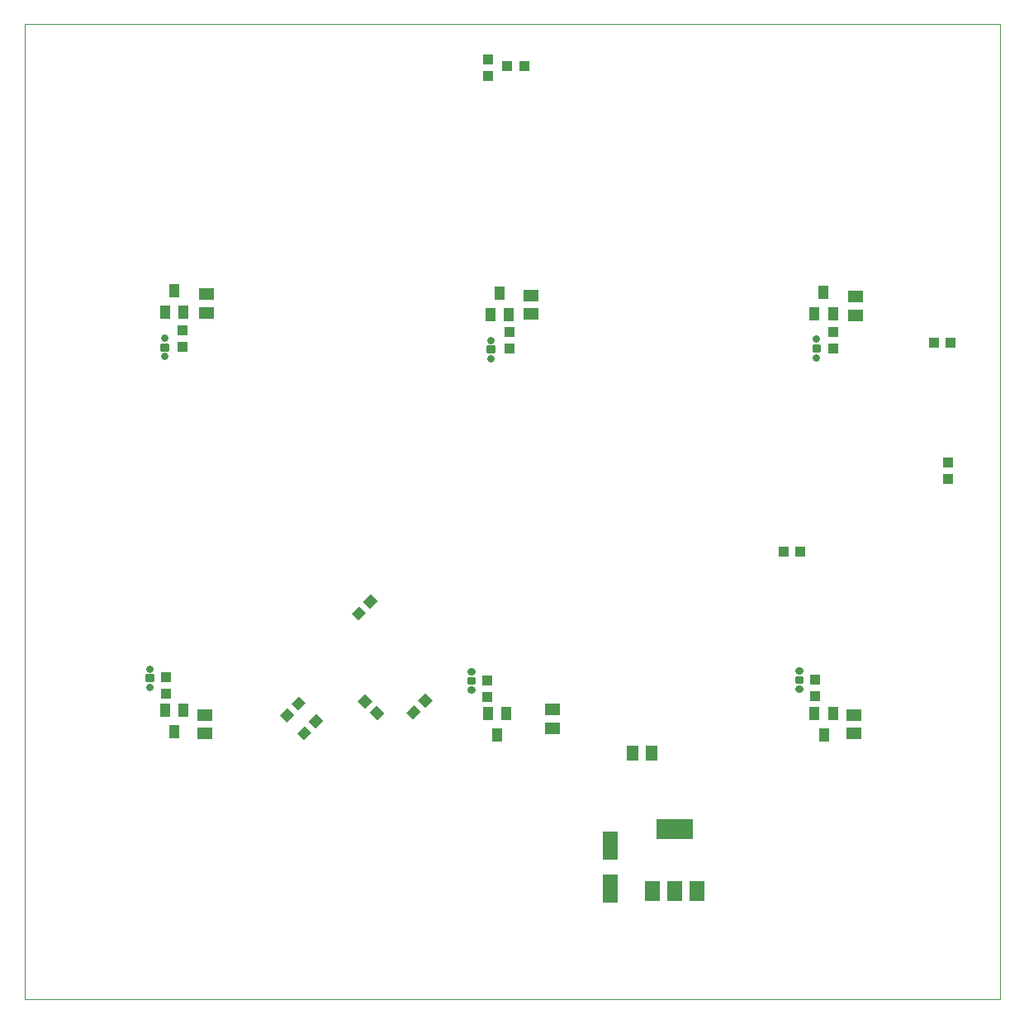
<source format=gbp>
G75*
%MOIN*%
%OFA0B0*%
%FSLAX24Y24*%
%IPPOS*%
%LPD*%
%AMOC8*
5,1,8,0,0,1.08239X$1,22.5*
%
%ADD10C,0.0000*%
%ADD11R,0.0591X0.0787*%
%ADD12R,0.1496X0.0787*%
%ADD13R,0.0433X0.0394*%
%ADD14R,0.0512X0.0591*%
%ADD15R,0.0630X0.1181*%
%ADD16R,0.0394X0.0433*%
%ADD17R,0.0394X0.0551*%
%ADD18R,0.0591X0.0512*%
%ADD19C,0.0300*%
%ADD20C,0.0150*%
D10*
X001661Y002241D02*
X001661Y041611D01*
X041032Y041611D01*
X041032Y002241D01*
X001661Y002241D01*
D11*
X026996Y006627D03*
X027902Y006627D03*
X028807Y006627D03*
D12*
X027902Y009107D03*
D13*
X033591Y014501D03*
X033591Y015170D03*
X038953Y023249D03*
X038953Y023918D03*
X034299Y028532D03*
X034299Y029202D03*
X021827Y039918D03*
X021158Y039918D03*
X021228Y029186D03*
X021228Y028517D03*
G36*
X015930Y018329D02*
X015625Y018024D01*
X015346Y018303D01*
X015651Y018608D01*
X015930Y018329D01*
G37*
G36*
X015457Y017856D02*
X015152Y017551D01*
X014873Y017830D01*
X015178Y018135D01*
X015457Y017856D01*
G37*
G36*
X015426Y013997D02*
X015121Y014302D01*
X015400Y014581D01*
X015705Y014276D01*
X015426Y013997D01*
G37*
G36*
X015899Y013523D02*
X015594Y013828D01*
X015873Y014107D01*
X016178Y013802D01*
X015899Y013523D01*
G37*
G36*
X017078Y013834D02*
X017383Y014139D01*
X017662Y013860D01*
X017357Y013555D01*
X017078Y013834D01*
G37*
G36*
X017551Y014307D02*
X017856Y014612D01*
X018135Y014333D01*
X017830Y014028D01*
X017551Y014307D01*
G37*
X020354Y014461D03*
X020354Y015131D03*
G36*
X013142Y013469D02*
X013447Y013774D01*
X013726Y013495D01*
X013421Y013190D01*
X013142Y013469D01*
G37*
G36*
X012668Y012995D02*
X012973Y013300D01*
X013252Y013021D01*
X012947Y012716D01*
X012668Y012995D01*
G37*
G36*
X011960Y013712D02*
X012265Y014017D01*
X012544Y013738D01*
X012239Y013433D01*
X011960Y013712D01*
G37*
G36*
X012433Y014185D02*
X012738Y014490D01*
X013017Y014211D01*
X012712Y013906D01*
X012433Y014185D01*
G37*
X007362Y014576D03*
X007362Y015245D03*
X008047Y028599D03*
X008047Y029269D03*
D14*
X026213Y012198D03*
X026961Y012198D03*
D15*
X025323Y008450D03*
X025323Y006717D03*
D16*
X032315Y020320D03*
X032984Y020320D03*
X038386Y028769D03*
X039055Y028769D03*
X020362Y039536D03*
X020362Y040206D03*
D17*
X020850Y030765D03*
X020476Y029898D03*
X021224Y029898D03*
X033547Y029938D03*
X034295Y029938D03*
X033921Y030804D03*
X033555Y013780D03*
X034303Y013780D03*
X033929Y012914D03*
X021114Y013780D03*
X020366Y013780D03*
X020740Y012914D03*
X008083Y013938D03*
X007335Y013938D03*
X007709Y013072D03*
X008075Y029977D03*
X007327Y029977D03*
X007701Y030843D03*
D18*
X009016Y030717D03*
X009016Y029969D03*
X022126Y029910D03*
X022126Y030658D03*
X035197Y030619D03*
X035197Y029871D03*
X035134Y013725D03*
X035134Y012977D03*
X022969Y013194D03*
X022969Y013942D03*
X008953Y013725D03*
X008953Y012977D03*
D19*
X006716Y014864D02*
X006702Y014864D01*
X006716Y015602D02*
X006702Y015602D01*
X007304Y028210D02*
X007318Y028210D01*
X007304Y028949D02*
X007318Y028949D01*
X020469Y028870D02*
X020483Y028870D01*
X020469Y028131D02*
X020483Y028131D01*
X019704Y015484D02*
X019690Y015484D01*
X019690Y014746D02*
X019704Y014746D01*
X032926Y014785D02*
X032940Y014785D01*
X032926Y015524D02*
X032940Y015524D01*
X033611Y028171D02*
X033625Y028171D01*
X033611Y028909D02*
X033625Y028909D01*
D20*
X033708Y028465D02*
X033528Y028465D01*
X033528Y028615D01*
X033708Y028615D01*
X033708Y028465D01*
X033708Y028614D02*
X033528Y028614D01*
X020566Y028426D02*
X020386Y028426D01*
X020386Y028576D01*
X020566Y028576D01*
X020566Y028426D01*
X020566Y028575D02*
X020386Y028575D01*
X007401Y028505D02*
X007221Y028505D01*
X007221Y028655D01*
X007401Y028655D01*
X007401Y028505D01*
X007401Y028654D02*
X007221Y028654D01*
X006799Y015308D02*
X006619Y015308D01*
X006799Y015308D02*
X006799Y015158D01*
X006619Y015158D01*
X006619Y015308D01*
X006619Y015307D02*
X006799Y015307D01*
X019607Y015040D02*
X019787Y015040D01*
X019607Y015040D02*
X019607Y015190D01*
X019787Y015190D01*
X019787Y015040D01*
X019787Y015189D02*
X019607Y015189D01*
X032843Y015079D02*
X033023Y015079D01*
X032843Y015079D02*
X032843Y015229D01*
X033023Y015229D01*
X033023Y015079D01*
X033023Y015228D02*
X032843Y015228D01*
M02*

</source>
